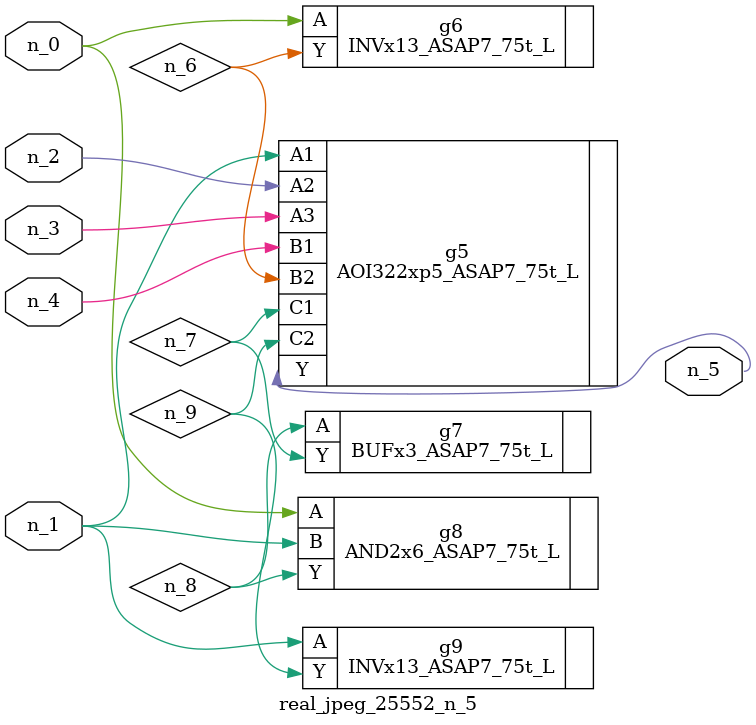
<source format=v>
module real_jpeg_25552_n_5 (n_4, n_0, n_1, n_2, n_3, n_5);

input n_4;
input n_0;
input n_1;
input n_2;
input n_3;

output n_5;

wire n_8;
wire n_6;
wire n_7;
wire n_9;

INVx13_ASAP7_75t_L g6 ( 
.A(n_0),
.Y(n_6)
);

AND2x6_ASAP7_75t_L g8 ( 
.A(n_0),
.B(n_1),
.Y(n_8)
);

AOI322xp5_ASAP7_75t_L g5 ( 
.A1(n_1),
.A2(n_2),
.A3(n_3),
.B1(n_4),
.B2(n_6),
.C1(n_7),
.C2(n_9),
.Y(n_5)
);

INVx13_ASAP7_75t_L g9 ( 
.A(n_1),
.Y(n_9)
);

BUFx3_ASAP7_75t_L g7 ( 
.A(n_8),
.Y(n_7)
);


endmodule
</source>
